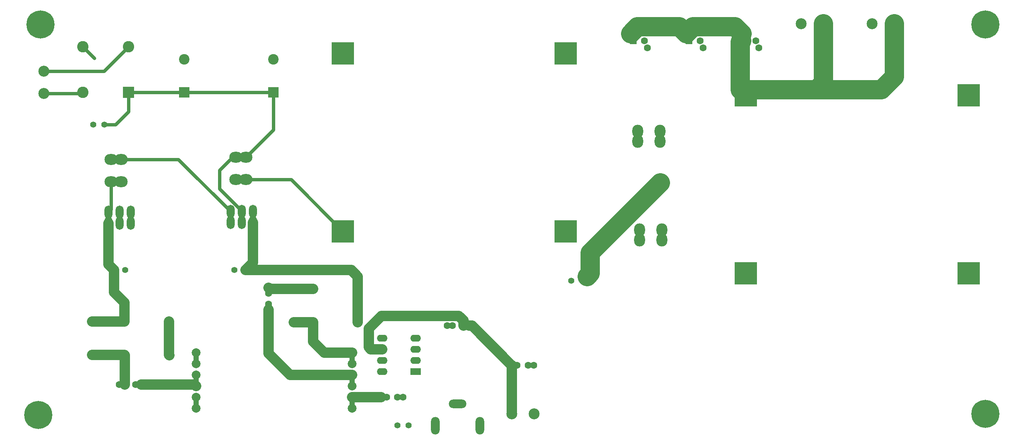
<source format=gbr>
%TF.GenerationSoftware,KiCad,Pcbnew,(6.0.10-0)*%
%TF.CreationDate,2023-02-08T17:30:19+03:00*%
%TF.ProjectId,EEEE2046_PCB_Template,45454545-3230-4343-965f-5043425f5465,rev?*%
%TF.SameCoordinates,Original*%
%TF.FileFunction,Copper,L1,Top*%
%TF.FilePolarity,Positive*%
%FSLAX46Y46*%
G04 Gerber Fmt 4.6, Leading zero omitted, Abs format (unit mm)*
G04 Created by KiCad (PCBNEW (6.0.10-0)) date 2023-02-08 17:30:19*
%MOMM*%
%LPD*%
G01*
G04 APERTURE LIST*
%TA.AperFunction,ComponentPad*%
%ADD10C,0.800000*%
%TD*%
%TA.AperFunction,ComponentPad*%
%ADD11C,6.400000*%
%TD*%
%TA.AperFunction,SMDPad,CuDef*%
%ADD12R,1.270000X2.540000*%
%TD*%
%TA.AperFunction,ComponentPad*%
%ADD13C,2.000000*%
%TD*%
%TA.AperFunction,ComponentPad*%
%ADD14R,2.600000X2.600000*%
%TD*%
%TA.AperFunction,ComponentPad*%
%ADD15C,2.600000*%
%TD*%
%TA.AperFunction,ComponentPad*%
%ADD16O,3.000000X2.500000*%
%TD*%
%TA.AperFunction,ComponentPad*%
%ADD17R,2.400000X2.400000*%
%TD*%
%TA.AperFunction,ComponentPad*%
%ADD18C,2.400000*%
%TD*%
%TA.AperFunction,ComponentPad*%
%ADD19O,2.500000X3.000000*%
%TD*%
%TA.AperFunction,ComponentPad*%
%ADD20O,2.000000X4.000000*%
%TD*%
%TA.AperFunction,ComponentPad*%
%ADD21O,4.000000X2.000000*%
%TD*%
%TA.AperFunction,ComponentPad*%
%ADD22C,1.600000*%
%TD*%
%TA.AperFunction,ComponentPad*%
%ADD23R,1.600000X1.600000*%
%TD*%
%TA.AperFunction,ComponentPad*%
%ADD24O,1.600000X1.600000*%
%TD*%
%TA.AperFunction,SMDPad,CuDef*%
%ADD25R,5.080000X5.080000*%
%TD*%
%TA.AperFunction,ComponentPad*%
%ADD26C,2.500000*%
%TD*%
%TA.AperFunction,ComponentPad*%
%ADD27C,1.400000*%
%TD*%
%TA.AperFunction,ComponentPad*%
%ADD28O,1.800000X3.000000*%
%TD*%
%TA.AperFunction,ComponentPad*%
%ADD29O,2.400000X1.600000*%
%TD*%
%TA.AperFunction,ComponentPad*%
%ADD30R,2.400000X1.600000*%
%TD*%
%TA.AperFunction,ViaPad*%
%ADD31C,0.800000*%
%TD*%
%TA.AperFunction,ViaPad*%
%ADD32C,4.000000*%
%TD*%
%TA.AperFunction,Conductor*%
%ADD33C,2.390000*%
%TD*%
%TA.AperFunction,Conductor*%
%ADD34C,0.780000*%
%TD*%
%TA.AperFunction,Conductor*%
%ADD35C,4.390000*%
%TD*%
G04 APERTURE END LIST*
D10*
%TO.P,H2,1*%
%TO.N,N/C*%
X38544800Y-27686000D03*
X42641856Y-25988944D03*
X40944800Y-30086000D03*
D11*
X40944800Y-27686000D03*
D10*
X43344800Y-27686000D03*
X39247744Y-25988944D03*
X40944800Y-25286000D03*
X39247744Y-29383056D03*
X42641856Y-29383056D03*
%TD*%
%TO.P,H4,1*%
%TO.N,N/C*%
X40436800Y-114440000D03*
X40436800Y-119240000D03*
X38739744Y-115142944D03*
X38036800Y-116840000D03*
X42133856Y-115142944D03*
X38739744Y-118537056D03*
D11*
X40436800Y-116840000D03*
D10*
X42133856Y-118537056D03*
X42836800Y-116840000D03*
%TD*%
D12*
%TO.P,U15,1,AA*%
%TO.N,Net-(U14-Pad1)*%
X111963200Y-114071400D03*
D13*
X111963200Y-115341400D03*
X111963200Y-112801400D03*
%TO.P,U15,2,AB*%
%TO.N,GNDD*%
X76403200Y-112801400D03*
D12*
X76403200Y-114071400D03*
D13*
X76403200Y-115341400D03*
D12*
%TO.P,U15,3,SA*%
%TO.N,Net-(U15-Pad3)*%
X111963200Y-108991400D03*
D13*
X111963200Y-110261400D03*
X111963200Y-107721400D03*
%TO.P,U15,4,SB*%
%TO.N,/PWM_COM_A*%
X111963200Y-105181400D03*
X111963200Y-102641400D03*
D12*
X111963200Y-103911400D03*
D13*
%TO.P,U15,5,SC*%
%TO.N,Net-(U15-Pad5)*%
X76403200Y-110261400D03*
D12*
X76403200Y-108991400D03*
D13*
X76403200Y-107721400D03*
%TO.P,U15,6,SD*%
%TO.N,/PWM_COM_B*%
X76403200Y-102641400D03*
X76403200Y-105181400D03*
D12*
X76403200Y-103911400D03*
%TD*%
D14*
%TO.P,U6,1,+*%
%TO.N,/Rectifier_DC(+)*%
X60960000Y-43180000D03*
D15*
%TO.P,U6,2*%
%TO.N,/VAC(-)*%
X60960000Y-32780000D03*
%TO.P,U6,3,-*%
%TO.N,/PWM_COM_B*%
X50560000Y-32780000D03*
%TO.P,U6,4*%
%TO.N,/VAC(+)*%
X50560000Y-43180000D03*
%TD*%
D16*
%TO.P,U17,1,K*%
%TO.N,/Rectifier_DC(+)*%
X85430000Y-58029200D03*
X87716000Y-58029200D03*
%TO.P,U17,2,A*%
%TO.N,Net-(U16-Pad2)*%
X87716000Y-63109200D03*
X85430000Y-63109200D03*
%TD*%
D17*
%TO.P,U11,1*%
%TO.N,/Rectifier_DC(+)*%
X73660000Y-43180000D03*
D18*
%TO.P,U11,2*%
%TO.N,/PWM_COM_B*%
X73660000Y-35680000D03*
%TD*%
D19*
%TO.P,U31,1,K*%
%TO.N,Net-(U31-Pad1)*%
X182575200Y-74558800D03*
X182575200Y-76844800D03*
%TO.P,U31,2,A*%
%TO.N,/Transformer_Out(+)*%
X177495200Y-74558800D03*
X177495200Y-76844800D03*
%TD*%
D20*
%TO.P,U42,*%
%TO.N,*%
X130891200Y-119286800D03*
D21*
%TO.P,U42,1,Pin_1*%
%TO.N,GNDD*%
X135991200Y-114286800D03*
D20*
%TO.P,U42,2,Pin_2*%
%TO.N,/PWM_Input*%
X141091200Y-119286800D03*
%TD*%
D17*
%TO.P,U12,1*%
%TO.N,/Rectifier_DC(+)*%
X93980000Y-43180000D03*
D18*
%TO.P,U12,2*%
%TO.N,/PWM_COM_B*%
X93980000Y-35680000D03*
%TD*%
D22*
%TO.P,U14,1*%
%TO.N,Net-(U14-Pad1)*%
X118556400Y-112776000D03*
X119806400Y-112776000D03*
%TO.P,U14,2*%
%TO.N,/PWM_Out*%
X123556400Y-112776000D03*
X122306400Y-112776000D03*
%TD*%
D19*
%TO.P,U33,1,K*%
%TO.N,Net-(U31-Pad1)*%
X177088800Y-52085600D03*
X177088800Y-54371600D03*
%TO.P,U33,2,A*%
%TO.N,/Converter_Out(-)*%
X182168800Y-52085600D03*
X182168800Y-54371600D03*
%TD*%
D10*
%TO.P,H2,1*%
%TO.N,N/C*%
X253922102Y-27722102D03*
X258019158Y-26025046D03*
X256322102Y-30122102D03*
D11*
X256322102Y-27722102D03*
D10*
X258722102Y-27722102D03*
X254625046Y-26025046D03*
X256322102Y-25322102D03*
X254625046Y-29419158D03*
X258019158Y-29419158D03*
%TD*%
D23*
%TO.P,U36,1*%
%TO.N,/Converter_Out(+)*%
X188772723Y-31394400D03*
X188101786Y-29794400D03*
D22*
%TO.P,U36,2*%
%TO.N,/Converter_Out(-)*%
X191943660Y-32994400D03*
X191272723Y-31394400D03*
%TD*%
%TO.P,U25,1*%
%TO.N,/PWM_OUT_B*%
X70269200Y-103182800D03*
D24*
%TO.P,U25,2*%
%TO.N,Net-(U19-Pad1)*%
X60109200Y-103182800D03*
%TD*%
D10*
%TO.P,H4,1*%
%TO.N,N/C*%
X256322102Y-114222102D03*
X256322102Y-119022102D03*
X254625046Y-114925046D03*
X253922102Y-116622102D03*
X258019158Y-114925046D03*
X254625046Y-118319158D03*
D11*
X256322102Y-116622102D03*
D10*
X258019158Y-118319158D03*
X258722102Y-116622102D03*
%TD*%
D13*
%TO.P,U34,*%
%TO.N,*%
X253796800Y-83210400D03*
X253796800Y-85750400D03*
X251256800Y-42570400D03*
X253796800Y-42570400D03*
D25*
X252526800Y-43840400D03*
D13*
X251256800Y-83210400D03*
X253796800Y-45110400D03*
X251256800Y-45110400D03*
D25*
X252526800Y-84480400D03*
D13*
X251256800Y-85750400D03*
D25*
%TO.P,U34,1,1*%
%TO.N,/Converter_Out(+)*%
X201726800Y-43840400D03*
D13*
X200456800Y-45110400D03*
X200456800Y-42570400D03*
X202996800Y-42570400D03*
X202996800Y-45110400D03*
%TO.P,U34,2,2*%
%TO.N,Net-(U31-Pad1)*%
X202996800Y-83210400D03*
X202996800Y-85750400D03*
X200456800Y-83210400D03*
D25*
X201726800Y-84480400D03*
D13*
X200456800Y-85750400D03*
%TD*%
D23*
%TO.P,U21,1,K*%
%TO.N,Net-(U18-Pad1)*%
X98628200Y-88036400D03*
D24*
%TO.P,U21,2,A*%
%TO.N,/PWM_COM_A*%
X98628200Y-95656400D03*
%TD*%
D26*
%TO.P,U44,1,Pin_1*%
%TO.N,/Converter_Out(+)*%
X219390600Y-27541600D03*
%TO.P,U44,2,Pin_2*%
%TO.N,/Converter_Out(-)*%
X214310600Y-27541600D03*
%TD*%
D27*
%TO.P,U7,1,1*%
%TO.N,/PWM_OUT_B*%
X60228800Y-83769200D03*
%TO.P,U7,2,2*%
%TO.N,/PWM_COM_B*%
X57688800Y-83769200D03*
%TD*%
D22*
%TO.P,U28,1*%
%TO.N,/PWM_COM_B*%
X60045600Y-95504000D03*
D24*
%TO.P,U28,2*%
%TO.N,/PWM_OUT_B*%
X70205600Y-95504000D03*
%TD*%
D22*
%TO.P,U39,1*%
%TO.N,VDD*%
X149555200Y-105463400D03*
X148305200Y-105463400D03*
%TO.P,U39,2*%
%TO.N,GNDD*%
X152055200Y-105463400D03*
X153305200Y-105463400D03*
%TD*%
%TO.P,U18,1*%
%TO.N,Net-(U18-Pad1)*%
X92913200Y-87822400D03*
X92913200Y-89072400D03*
%TO.P,U18,2*%
%TO.N,Net-(U15-Pad3)*%
X92913200Y-91572400D03*
X92913200Y-92822400D03*
%TD*%
%TO.P,U37,1*%
%TO.N,VDD*%
X137343200Y-96418400D03*
X138593200Y-96418400D03*
%TO.P,U37,2*%
%TO.N,GNDD*%
X133593200Y-96418400D03*
X134843200Y-96418400D03*
%TD*%
D13*
%TO.P,U26,1,AA*%
%TO.N,/PWM_COM_A*%
X111125000Y-33020000D03*
X108585000Y-35560000D03*
D25*
X109855000Y-34290000D03*
D13*
X108585000Y-33020000D03*
X111125000Y-35560000D03*
D25*
%TO.P,U26,2,AB*%
%TO.N,Net-(U16-Pad2)*%
X109855000Y-74930000D03*
D13*
X111125000Y-73660000D03*
X108585000Y-76200000D03*
X108585000Y-73660000D03*
X111125000Y-76200000D03*
%TO.P,U26,3,SA*%
%TO.N,/Converter_Out(-)*%
X161925000Y-35560000D03*
X159385000Y-35560000D03*
X161925000Y-33020000D03*
X159385000Y-33020000D03*
D25*
X160655000Y-34290000D03*
D13*
%TO.P,U26,4,SB*%
%TO.N,/Transformer_Out(+)*%
X159385000Y-73660000D03*
X161925000Y-76200000D03*
X161925000Y-73660000D03*
D25*
X160655000Y-74930000D03*
D13*
X159385000Y-76200000D03*
%TD*%
D27*
%TO.P,U10,1,1*%
%TO.N,/Transformer_Out(+)*%
X161899600Y-86207600D03*
%TO.P,U10,2,2*%
%TO.N,/Converter_Out(-)*%
X164439600Y-86207600D03*
%TD*%
D22*
%TO.P,U19,1*%
%TO.N,Net-(U19-Pad1)*%
X60096400Y-109880400D03*
X58846400Y-109880400D03*
%TO.P,U19,2*%
%TO.N,Net-(U15-Pad5)*%
X62596400Y-109880400D03*
X63846400Y-109880400D03*
%TD*%
D27*
%TO.P,U3,1,1*%
%TO.N,/PWM_OUT_A*%
X87610000Y-83769200D03*
%TO.P,U3,2,2*%
%TO.N,/PWM_COM_A*%
X85070000Y-83769200D03*
%TD*%
D23*
%TO.P,U38,1*%
%TO.N,/Converter_Out(+)*%
X201472723Y-31394400D03*
X200801786Y-29794400D03*
D22*
%TO.P,U38,2*%
%TO.N,/Converter_Out(-)*%
X203972723Y-31394400D03*
X204643660Y-32994400D03*
%TD*%
D23*
%TO.P,U40,1*%
%TO.N,/Converter_Out(+)*%
X176072723Y-31394400D03*
X175401786Y-29794400D03*
D22*
%TO.P,U40,2*%
%TO.N,/Converter_Out(-)*%
X179243660Y-32994400D03*
X178572723Y-31394400D03*
%TD*%
D28*
%TO.P,U16,1,G*%
%TO.N,/PWM_OUT_B*%
X61493400Y-70535800D03*
X61493400Y-73075800D03*
%TO.P,U16,2,D*%
%TO.N,Net-(U16-Pad2)*%
X58953400Y-70535800D03*
X58953400Y-73075800D03*
%TO.P,U16,3,S*%
%TO.N,/PWM_COM_B*%
X56413400Y-73075800D03*
X56413400Y-70535800D03*
%TD*%
D22*
%TO.P,U24,1*%
%TO.N,/PWM_OUT_A*%
X113233200Y-88036400D03*
D24*
%TO.P,U24,2*%
%TO.N,Net-(U18-Pad1)*%
X103073200Y-88036400D03*
%TD*%
D23*
%TO.P,U22,1,K*%
%TO.N,Net-(U19-Pad1)*%
X52710400Y-103124000D03*
D24*
%TO.P,U22,2,A*%
%TO.N,/PWM_COM_B*%
X52710400Y-95504000D03*
%TD*%
D22*
%TO.P,U27,1*%
%TO.N,/PWM_COM_A*%
X103073200Y-95656400D03*
D24*
%TO.P,U27,2*%
%TO.N,/PWM_OUT_A*%
X113233200Y-95656400D03*
%TD*%
D26*
%TO.P,U45,1,Pin_1*%
%TO.N,/Converter_Out(+)*%
X235519600Y-27541600D03*
%TO.P,U45,2,Pin_2*%
%TO.N,/Converter_Out(-)*%
X230439600Y-27541600D03*
%TD*%
D27*
%TO.P,U9,1,1*%
%TO.N,/Rectifier_DC(+)*%
X55453600Y-50520600D03*
%TO.P,U9,2,2*%
%TO.N,/PWM_COM_B*%
X52913600Y-50520600D03*
%TD*%
D26*
%TO.P,U41,1,Pin_1*%
%TO.N,VDD*%
X148325200Y-116603400D03*
%TO.P,U41,2,Pin_2*%
%TO.N,GNDD*%
X153405200Y-116603400D03*
%TD*%
D16*
%TO.P,U23,1,K*%
%TO.N,/PWM_COM_A*%
X56982000Y-58537200D03*
X59268000Y-58537200D03*
%TO.P,U23,2,A*%
%TO.N,/PWM_COM_B*%
X59268000Y-63617200D03*
X56982000Y-63617200D03*
%TD*%
D29*
%TO.P,U5,8,NC*%
%TO.N,unconnected-(U5-Pad8)*%
X118760400Y-106924000D03*
%TO.P,U5,7,~{OUT_A}*%
%TO.N,unconnected-(U5-Pad7)*%
X118760400Y-104384000D03*
%TO.P,U5,6,VDD*%
%TO.N,VDD*%
X118760400Y-101844000D03*
%TO.P,U5,5,OUT_B*%
%TO.N,/PWM_Out*%
X118760400Y-99304000D03*
%TO.P,U5,4,IN_B*%
%TO.N,/PWM_Input*%
X126380400Y-99304000D03*
%TO.P,U5,3,GND*%
%TO.N,GNDD*%
X126380400Y-101844000D03*
%TO.P,U5,2,IN_A*%
%TO.N,unconnected-(U5-Pad2)*%
X126380400Y-104384000D03*
D30*
%TO.P,U5,1,NC*%
%TO.N,unconnected-(U5-Pad1)*%
X126380400Y-106924000D03*
%TD*%
D27*
%TO.P,U1,1,1*%
%TO.N,/PWM_Out*%
X122295600Y-119227600D03*
%TO.P,U1,2,2*%
%TO.N,GNDD*%
X124835600Y-119227600D03*
%TD*%
D26*
%TO.P,U43,1,Pin_1*%
%TO.N,/VAC(-)*%
X41664000Y-38394000D03*
%TO.P,U43,2,Pin_2*%
%TO.N,/VAC(+)*%
X41664000Y-43474000D03*
%TD*%
D28*
%TO.P,U20,1,G*%
%TO.N,/PWM_OUT_A*%
X89306400Y-70408800D03*
X89306400Y-72948800D03*
%TO.P,U20,2,D*%
%TO.N,/Rectifier_DC(+)*%
X86766400Y-72948800D03*
X86766400Y-70408800D03*
%TO.P,U20,3,S*%
%TO.N,/PWM_COM_A*%
X84226400Y-70408800D03*
X84226400Y-72948800D03*
%TD*%
D31*
%TO.N,/PWM_COM_B*%
X53187600Y-35407600D03*
D32*
%TO.N,/Converter_Out(-)*%
X182219600Y-63855600D03*
%TD*%
D33*
%TO.N,VDD*%
X137343200Y-96418400D02*
X137343200Y-95287030D01*
X137343200Y-95287030D02*
X136279570Y-94223400D01*
X136279570Y-94223400D02*
X118628600Y-94223400D01*
X118628600Y-94223400D02*
X115722400Y-97129600D01*
X115722400Y-97129600D02*
X115722400Y-101396800D01*
X115722400Y-101396800D02*
X116169600Y-101844000D01*
X116169600Y-101844000D02*
X118760400Y-101844000D01*
X138593200Y-96418400D02*
X139260200Y-96418400D01*
X139260200Y-96418400D02*
X148305200Y-105463400D01*
X148325200Y-116603400D02*
X148325200Y-105483400D01*
X148325200Y-105483400D02*
X148305200Y-105463400D01*
%TO.N,/PWM_OUT_A*%
X89306400Y-72948800D02*
X89306400Y-82072800D01*
X89306400Y-82072800D02*
X87610000Y-83769200D01*
%TO.N,/PWM_COM_B*%
X56413400Y-73075800D02*
X56413400Y-82493800D01*
X56413400Y-82493800D02*
X57688800Y-83769200D01*
%TO.N,Net-(U14-Pad1)*%
X111963200Y-112801400D02*
X118531000Y-112801400D01*
X118531000Y-112801400D02*
X118556400Y-112776000D01*
%TO.N,Net-(U15-Pad3)*%
X97764600Y-107721400D02*
X92862400Y-102819200D01*
X111963200Y-107721400D02*
X97764600Y-107721400D01*
X92862400Y-102819200D02*
X92913200Y-102768400D01*
X92913200Y-102768400D02*
X92913200Y-92822400D01*
%TO.N,/PWM_COM_A*%
X103073200Y-95656400D02*
X103073200Y-100126800D01*
X105587800Y-102641400D02*
X111963200Y-102641400D01*
X103073200Y-100126800D02*
X105587800Y-102641400D01*
X98628200Y-95656400D02*
X103073200Y-95656400D01*
%TO.N,Net-(U18-Pad1)*%
X98628200Y-88036400D02*
X93127200Y-88036400D01*
X93127200Y-88036400D02*
X92913200Y-87822400D01*
X103073200Y-88036400D02*
X98628200Y-88036400D01*
%TO.N,/PWM_OUT_A*%
X113233200Y-88036400D02*
X113233200Y-95656400D01*
X113233200Y-88036400D02*
X113233200Y-85242400D01*
X113233200Y-85242400D02*
X111760000Y-83769200D01*
X111760000Y-83769200D02*
X87610000Y-83769200D01*
%TO.N,Net-(U15-Pad5)*%
X63846400Y-109880400D02*
X76022200Y-109880400D01*
X76022200Y-109880400D02*
X76403200Y-110261400D01*
%TO.N,Net-(U19-Pad1)*%
X60109200Y-103182800D02*
X60109200Y-109867600D01*
X60109200Y-109867600D02*
X60096400Y-109880400D01*
%TO.N,/PWM_COM_B*%
X52710400Y-95504000D02*
X60045600Y-95504000D01*
%TO.N,Net-(U19-Pad1)*%
X52710400Y-103124000D02*
X60050400Y-103124000D01*
X60050400Y-103124000D02*
X60109200Y-103182800D01*
%TO.N,/PWM_OUT_B*%
X70205600Y-95504000D02*
X70205600Y-103119200D01*
X70205600Y-103119200D02*
X70269200Y-103182800D01*
%TO.N,/PWM_COM_B*%
X60045600Y-95504000D02*
X60045600Y-91186000D01*
X60045600Y-91186000D02*
X57688800Y-88829200D01*
X57688800Y-88829200D02*
X57688800Y-83769200D01*
D34*
X56982000Y-63617200D02*
X56982000Y-69967200D01*
X56982000Y-69967200D02*
X56413400Y-70535800D01*
%TO.N,/PWM_COM_A*%
X59268000Y-58537200D02*
X72354800Y-58537200D01*
X72354800Y-58537200D02*
X84226400Y-70408800D01*
%TO.N,Net-(U16-Pad2)*%
X87716000Y-63109200D02*
X98034200Y-63109200D01*
X98034200Y-63109200D02*
X108585000Y-73660000D01*
%TO.N,/Rectifier_DC(+)*%
X84668000Y-58029200D02*
X81737200Y-60960000D01*
X86766400Y-70241622D02*
X86766400Y-70408800D01*
X85430000Y-58029200D02*
X84668000Y-58029200D01*
X81737200Y-60960000D02*
X81737200Y-65212422D01*
X81737200Y-65212422D02*
X86766400Y-70241622D01*
X93980000Y-43180000D02*
X93980000Y-51765200D01*
X93980000Y-51765200D02*
X87716000Y-58029200D01*
X60960000Y-43180000D02*
X60960000Y-47599600D01*
X58039000Y-50520600D02*
X55453600Y-50520600D01*
X60960000Y-47599600D02*
X58039000Y-50520600D01*
X73660000Y-43180000D02*
X93980000Y-43180000D01*
X60960000Y-43180000D02*
X73660000Y-43180000D01*
%TO.N,/VAC(+)*%
X41664000Y-43474000D02*
X50266000Y-43474000D01*
X50266000Y-43474000D02*
X50560000Y-43180000D01*
%TO.N,/VAC(-)*%
X41664000Y-38394000D02*
X55346000Y-38394000D01*
X55346000Y-38394000D02*
X60960000Y-32780000D01*
%TO.N,/PWM_COM_B*%
X50560000Y-32780000D02*
X53187600Y-35407600D01*
D35*
%TO.N,/Converter_Out(-)*%
X166210200Y-79865000D02*
X166210200Y-84538600D01*
X166210200Y-84538600D02*
X165506400Y-85242400D01*
X182219600Y-63855600D02*
X166210200Y-79865000D01*
%TO.N,/Converter_Out(+)*%
X217830400Y-42570400D02*
X232613200Y-42570400D01*
X232613200Y-42570400D02*
X235519600Y-39664000D01*
X235519600Y-39664000D02*
X235519600Y-27541600D01*
X202996800Y-42570400D02*
X217830400Y-42570400D01*
X217830400Y-42570400D02*
X219390600Y-41010200D01*
X219390600Y-41010200D02*
X219390600Y-27541600D01*
X200456800Y-42570400D02*
X200456800Y-31715323D01*
X200456800Y-31715323D02*
X200777723Y-31394400D01*
X200801786Y-29794400D02*
X199206786Y-28199400D01*
X199206786Y-28199400D02*
X189696786Y-28199400D01*
X189696786Y-28199400D02*
X188101786Y-29794400D01*
X175401786Y-29794400D02*
X176996786Y-28199400D01*
X176996786Y-28199400D02*
X186506786Y-28199400D01*
X186506786Y-28199400D02*
X188101786Y-29794400D01*
%TD*%
M02*

</source>
